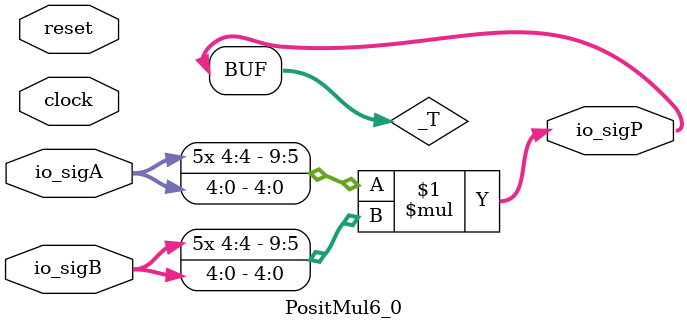
<source format=v>
module PositMul6_0(
  input        clock,
  input        reset,
  input  [4:0] io_sigA,
  input  [4:0] io_sigB,
  output [9:0] io_sigP
);
  wire [9:0] _T; // @[PositMul.scala 17:26]
  assign _T = $signed(io_sigA) * $signed(io_sigB); // @[PositMul.scala 17:26]
  assign io_sigP = $unsigned(_T); // @[PositMul.scala 17:13]
endmodule

</source>
